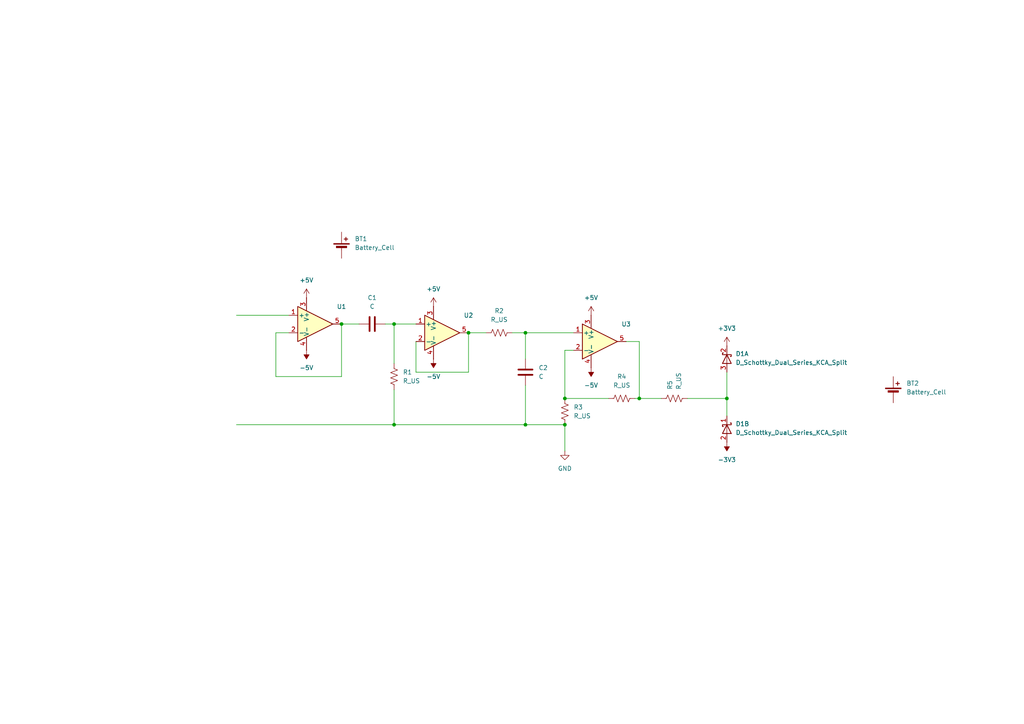
<source format=kicad_sch>
(kicad_sch
	(version 20231120)
	(generator "eeschema")
	(generator_version "8.0")
	(uuid "c878f3d5-f6e5-4a6b-8c2a-a0f4a8ef6036")
	(paper "A4")
	(lib_symbols
		(symbol "Device:Battery_Cell"
			(pin_numbers hide)
			(pin_names
				(offset 0) hide)
			(exclude_from_sim no)
			(in_bom yes)
			(on_board yes)
			(property "Reference" "BT"
				(at 2.54 2.54 0)
				(effects
					(font
						(size 1.27 1.27)
					)
					(justify left)
				)
			)
			(property "Value" "Battery_Cell"
				(at 2.54 0 0)
				(effects
					(font
						(size 1.27 1.27)
					)
					(justify left)
				)
			)
			(property "Footprint" ""
				(at 0 1.524 90)
				(effects
					(font
						(size 1.27 1.27)
					)
					(hide yes)
				)
			)
			(property "Datasheet" "~"
				(at 0 1.524 90)
				(effects
					(font
						(size 1.27 1.27)
					)
					(hide yes)
				)
			)
			(property "Description" "Single-cell battery"
				(at 0 0 0)
				(effects
					(font
						(size 1.27 1.27)
					)
					(hide yes)
				)
			)
			(property "ki_keywords" "battery cell"
				(at 0 0 0)
				(effects
					(font
						(size 1.27 1.27)
					)
					(hide yes)
				)
			)
			(symbol "Battery_Cell_0_1"
				(rectangle
					(start -2.286 1.778)
					(end 2.286 1.524)
					(stroke
						(width 0)
						(type default)
					)
					(fill
						(type outline)
					)
				)
				(rectangle
					(start -1.524 1.016)
					(end 1.524 0.508)
					(stroke
						(width 0)
						(type default)
					)
					(fill
						(type outline)
					)
				)
				(polyline
					(pts
						(xy 0 0.762) (xy 0 0)
					)
					(stroke
						(width 0)
						(type default)
					)
					(fill
						(type none)
					)
				)
				(polyline
					(pts
						(xy 0 1.778) (xy 0 2.54)
					)
					(stroke
						(width 0)
						(type default)
					)
					(fill
						(type none)
					)
				)
				(polyline
					(pts
						(xy 0.762 3.048) (xy 1.778 3.048)
					)
					(stroke
						(width 0.254)
						(type default)
					)
					(fill
						(type none)
					)
				)
				(polyline
					(pts
						(xy 1.27 3.556) (xy 1.27 2.54)
					)
					(stroke
						(width 0.254)
						(type default)
					)
					(fill
						(type none)
					)
				)
			)
			(symbol "Battery_Cell_1_1"
				(pin passive line
					(at 0 5.08 270)
					(length 2.54)
					(name "+"
						(effects
							(font
								(size 1.27 1.27)
							)
						)
					)
					(number "1"
						(effects
							(font
								(size 1.27 1.27)
							)
						)
					)
				)
				(pin passive line
					(at 0 -2.54 90)
					(length 2.54)
					(name "-"
						(effects
							(font
								(size 1.27 1.27)
							)
						)
					)
					(number "2"
						(effects
							(font
								(size 1.27 1.27)
							)
						)
					)
				)
			)
		)
		(symbol "Device:C"
			(pin_numbers hide)
			(pin_names
				(offset 0.254)
			)
			(exclude_from_sim no)
			(in_bom yes)
			(on_board yes)
			(property "Reference" "C"
				(at 0.635 2.54 0)
				(effects
					(font
						(size 1.27 1.27)
					)
					(justify left)
				)
			)
			(property "Value" "C"
				(at 0.635 -2.54 0)
				(effects
					(font
						(size 1.27 1.27)
					)
					(justify left)
				)
			)
			(property "Footprint" ""
				(at 0.9652 -3.81 0)
				(effects
					(font
						(size 1.27 1.27)
					)
					(hide yes)
				)
			)
			(property "Datasheet" "~"
				(at 0 0 0)
				(effects
					(font
						(size 1.27 1.27)
					)
					(hide yes)
				)
			)
			(property "Description" "Unpolarized capacitor"
				(at 0 0 0)
				(effects
					(font
						(size 1.27 1.27)
					)
					(hide yes)
				)
			)
			(property "ki_keywords" "cap capacitor"
				(at 0 0 0)
				(effects
					(font
						(size 1.27 1.27)
					)
					(hide yes)
				)
			)
			(property "ki_fp_filters" "C_*"
				(at 0 0 0)
				(effects
					(font
						(size 1.27 1.27)
					)
					(hide yes)
				)
			)
			(symbol "C_0_1"
				(polyline
					(pts
						(xy -2.032 -0.762) (xy 2.032 -0.762)
					)
					(stroke
						(width 0.508)
						(type default)
					)
					(fill
						(type none)
					)
				)
				(polyline
					(pts
						(xy -2.032 0.762) (xy 2.032 0.762)
					)
					(stroke
						(width 0.508)
						(type default)
					)
					(fill
						(type none)
					)
				)
			)
			(symbol "C_1_1"
				(pin passive line
					(at 0 3.81 270)
					(length 2.794)
					(name "~"
						(effects
							(font
								(size 1.27 1.27)
							)
						)
					)
					(number "1"
						(effects
							(font
								(size 1.27 1.27)
							)
						)
					)
				)
				(pin passive line
					(at 0 -3.81 90)
					(length 2.794)
					(name "~"
						(effects
							(font
								(size 1.27 1.27)
							)
						)
					)
					(number "2"
						(effects
							(font
								(size 1.27 1.27)
							)
						)
					)
				)
			)
		)
		(symbol "Device:D_Schottky_Dual_Series_KCA_Split"
			(pin_names
				(offset 0.762) hide)
			(exclude_from_sim no)
			(in_bom yes)
			(on_board yes)
			(property "Reference" "D"
				(at 0 2.54 0)
				(effects
					(font
						(size 1.27 1.27)
					)
				)
			)
			(property "Value" "D_Schottky_Dual_Series_KCA_Split"
				(at 0 -2.54 0)
				(effects
					(font
						(size 1.27 1.27)
					)
				)
			)
			(property "Footprint" ""
				(at -2.54 -2.54 0)
				(effects
					(font
						(size 1.27 1.27)
					)
					(hide yes)
				)
			)
			(property "Datasheet" "~"
				(at -2.54 -2.54 0)
				(effects
					(font
						(size 1.27 1.27)
					)
					(hide yes)
				)
			)
			(property "Description" "Dual Schottky diode, cathode/center/anode"
				(at 0 0 0)
				(effects
					(font
						(size 1.27 1.27)
					)
					(hide yes)
				)
			)
			(property "ki_locked" ""
				(at 0 0 0)
				(effects
					(font
						(size 1.27 1.27)
					)
				)
			)
			(property "ki_keywords" "diode"
				(at 0 0 0)
				(effects
					(font
						(size 1.27 1.27)
					)
					(hide yes)
				)
			)
			(symbol "D_Schottky_Dual_Series_KCA_Split_0_1"
				(pin passive line
					(at 3.81 0 180)
					(length 2.54)
					(name "K"
						(effects
							(font
								(size 1.27 1.27)
							)
						)
					)
					(number "2"
						(effects
							(font
								(size 1.27 1.27)
							)
						)
					)
				)
			)
			(symbol "D_Schottky_Dual_Series_KCA_Split_1_1"
				(polyline
					(pts
						(xy 1.27 0) (xy -1.27 0)
					)
					(stroke
						(width 0)
						(type default)
					)
					(fill
						(type none)
					)
				)
				(polyline
					(pts
						(xy -1.27 1.27) (xy 1.27 0) (xy -1.27 -1.27) (xy -1.27 1.27) (xy -1.27 1.27) (xy -1.27 1.27)
					)
					(stroke
						(width 0.254)
						(type default)
					)
					(fill
						(type none)
					)
				)
				(polyline
					(pts
						(xy 1.778 1.016) (xy 1.778 1.27) (xy 1.27 1.27) (xy 1.27 -1.27) (xy 0.762 -1.27) (xy 0.762 -1.016)
					)
					(stroke
						(width 0.254)
						(type default)
					)
					(fill
						(type none)
					)
				)
				(pin passive line
					(at -3.81 0 0)
					(length 2.54)
					(name "A"
						(effects
							(font
								(size 1.27 1.27)
							)
						)
					)
					(number "3"
						(effects
							(font
								(size 1.27 1.27)
							)
						)
					)
				)
			)
			(symbol "D_Schottky_Dual_Series_KCA_Split_2_1"
				(polyline
					(pts
						(xy -1.27 0) (xy 1.27 0)
					)
					(stroke
						(width 0)
						(type default)
					)
					(fill
						(type none)
					)
				)
				(polyline
					(pts
						(xy -1.778 1.016) (xy -1.778 1.27) (xy -1.27 1.27) (xy -1.27 -1.27) (xy -0.762 -1.27) (xy -0.762 -1.016)
					)
					(stroke
						(width 0.254)
						(type default)
					)
					(fill
						(type none)
					)
				)
				(polyline
					(pts
						(xy 1.27 1.27) (xy -1.27 0) (xy 1.27 -1.27) (xy 1.27 1.27) (xy 1.27 1.27) (xy 1.27 1.27)
					)
					(stroke
						(width 0.254)
						(type default)
					)
					(fill
						(type none)
					)
				)
				(pin passive line
					(at -3.81 0 0)
					(length 2.54)
					(name "K"
						(effects
							(font
								(size 1.27 1.27)
							)
						)
					)
					(number "1"
						(effects
							(font
								(size 1.27 1.27)
							)
						)
					)
				)
			)
		)
		(symbol "Device:R_US"
			(pin_numbers hide)
			(pin_names
				(offset 0)
			)
			(exclude_from_sim no)
			(in_bom yes)
			(on_board yes)
			(property "Reference" "R"
				(at 2.54 0 90)
				(effects
					(font
						(size 1.27 1.27)
					)
				)
			)
			(property "Value" "R_US"
				(at -2.54 0 90)
				(effects
					(font
						(size 1.27 1.27)
					)
				)
			)
			(property "Footprint" ""
				(at 1.016 -0.254 90)
				(effects
					(font
						(size 1.27 1.27)
					)
					(hide yes)
				)
			)
			(property "Datasheet" "~"
				(at 0 0 0)
				(effects
					(font
						(size 1.27 1.27)
					)
					(hide yes)
				)
			)
			(property "Description" "Resistor, US symbol"
				(at 0 0 0)
				(effects
					(font
						(size 1.27 1.27)
					)
					(hide yes)
				)
			)
			(property "ki_keywords" "R res resistor"
				(at 0 0 0)
				(effects
					(font
						(size 1.27 1.27)
					)
					(hide yes)
				)
			)
			(property "ki_fp_filters" "R_*"
				(at 0 0 0)
				(effects
					(font
						(size 1.27 1.27)
					)
					(hide yes)
				)
			)
			(symbol "R_US_0_1"
				(polyline
					(pts
						(xy 0 -2.286) (xy 0 -2.54)
					)
					(stroke
						(width 0)
						(type default)
					)
					(fill
						(type none)
					)
				)
				(polyline
					(pts
						(xy 0 2.286) (xy 0 2.54)
					)
					(stroke
						(width 0)
						(type default)
					)
					(fill
						(type none)
					)
				)
				(polyline
					(pts
						(xy 0 -0.762) (xy 1.016 -1.143) (xy 0 -1.524) (xy -1.016 -1.905) (xy 0 -2.286)
					)
					(stroke
						(width 0)
						(type default)
					)
					(fill
						(type none)
					)
				)
				(polyline
					(pts
						(xy 0 0.762) (xy 1.016 0.381) (xy 0 0) (xy -1.016 -0.381) (xy 0 -0.762)
					)
					(stroke
						(width 0)
						(type default)
					)
					(fill
						(type none)
					)
				)
				(polyline
					(pts
						(xy 0 2.286) (xy 1.016 1.905) (xy 0 1.524) (xy -1.016 1.143) (xy 0 0.762)
					)
					(stroke
						(width 0)
						(type default)
					)
					(fill
						(type none)
					)
				)
			)
			(symbol "R_US_1_1"
				(pin passive line
					(at 0 3.81 270)
					(length 1.27)
					(name "~"
						(effects
							(font
								(size 1.27 1.27)
							)
						)
					)
					(number "1"
						(effects
							(font
								(size 1.27 1.27)
							)
						)
					)
				)
				(pin passive line
					(at 0 -3.81 90)
					(length 1.27)
					(name "~"
						(effects
							(font
								(size 1.27 1.27)
							)
						)
					)
					(number "2"
						(effects
							(font
								(size 1.27 1.27)
							)
						)
					)
				)
			)
		)
		(symbol "Simulation_SPICE:OPAMP"
			(pin_names
				(offset 0.254)
			)
			(exclude_from_sim no)
			(in_bom yes)
			(on_board yes)
			(property "Reference" "U"
				(at 3.81 3.175 0)
				(effects
					(font
						(size 1.27 1.27)
					)
					(justify left)
				)
			)
			(property "Value" "${SIM.PARAMS}"
				(at 3.81 -3.175 0)
				(effects
					(font
						(size 1.27 1.27)
					)
					(justify left)
				)
			)
			(property "Footprint" ""
				(at 0 0 0)
				(effects
					(font
						(size 1.27 1.27)
					)
					(hide yes)
				)
			)
			(property "Datasheet" "https://ngspice.sourceforge.io/docs/ngspice-html-manual/manual.xhtml#sec__SUBCKT_Subcircuits"
				(at 0 0 0)
				(effects
					(font
						(size 1.27 1.27)
					)
					(hide yes)
				)
			)
			(property "Description" "Operational amplifier, single, node sequence=1:+ 2:- 3:OUT 4:V+ 5:V-"
				(at 0 0 0)
				(effects
					(font
						(size 1.27 1.27)
					)
					(hide yes)
				)
			)
			(property "Sim.Pins" "1=in+ 2=in- 3=vcc 4=vee 5=out"
				(at 0 0 0)
				(effects
					(font
						(size 1.27 1.27)
					)
					(hide yes)
				)
			)
			(property "Sim.Device" "SUBCKT"
				(at 0 0 0)
				(effects
					(font
						(size 1.27 1.27)
					)
					(justify left)
					(hide yes)
				)
			)
			(property "Sim.Library" "${KICAD8_SYMBOL_DIR}/Simulation_SPICE.sp"
				(at 0 0 0)
				(effects
					(font
						(size 1.27 1.27)
					)
					(hide yes)
				)
			)
			(property "Sim.Name" "kicad_builtin_opamp"
				(at 0 0 0)
				(effects
					(font
						(size 1.27 1.27)
					)
					(hide yes)
				)
			)
			(property "ki_keywords" "simulation"
				(at 0 0 0)
				(effects
					(font
						(size 1.27 1.27)
					)
					(hide yes)
				)
			)
			(symbol "OPAMP_0_1"
				(polyline
					(pts
						(xy 5.08 0) (xy -5.08 5.08) (xy -5.08 -5.08) (xy 5.08 0)
					)
					(stroke
						(width 0.254)
						(type default)
					)
					(fill
						(type background)
					)
				)
			)
			(symbol "OPAMP_1_1"
				(pin input line
					(at -7.62 2.54 0)
					(length 2.54)
					(name "+"
						(effects
							(font
								(size 1.27 1.27)
							)
						)
					)
					(number "1"
						(effects
							(font
								(size 1.27 1.27)
							)
						)
					)
				)
				(pin input line
					(at -7.62 -2.54 0)
					(length 2.54)
					(name "-"
						(effects
							(font
								(size 1.27 1.27)
							)
						)
					)
					(number "2"
						(effects
							(font
								(size 1.27 1.27)
							)
						)
					)
				)
				(pin power_in line
					(at -2.54 7.62 270)
					(length 3.81)
					(name "V+"
						(effects
							(font
								(size 1.27 1.27)
							)
						)
					)
					(number "3"
						(effects
							(font
								(size 1.27 1.27)
							)
						)
					)
				)
				(pin power_in line
					(at -2.54 -7.62 90)
					(length 3.81)
					(name "V-"
						(effects
							(font
								(size 1.27 1.27)
							)
						)
					)
					(number "4"
						(effects
							(font
								(size 1.27 1.27)
							)
						)
					)
				)
				(pin output line
					(at 7.62 0 180)
					(length 2.54)
					(name "~"
						(effects
							(font
								(size 1.27 1.27)
							)
						)
					)
					(number "5"
						(effects
							(font
								(size 1.27 1.27)
							)
						)
					)
				)
			)
		)
		(symbol "power:+3V3"
			(power)
			(pin_numbers hide)
			(pin_names
				(offset 0) hide)
			(exclude_from_sim no)
			(in_bom yes)
			(on_board yes)
			(property "Reference" "#PWR"
				(at 0 -3.81 0)
				(effects
					(font
						(size 1.27 1.27)
					)
					(hide yes)
				)
			)
			(property "Value" "+3V3"
				(at 0 3.556 0)
				(effects
					(font
						(size 1.27 1.27)
					)
				)
			)
			(property "Footprint" ""
				(at 0 0 0)
				(effects
					(font
						(size 1.27 1.27)
					)
					(hide yes)
				)
			)
			(property "Datasheet" ""
				(at 0 0 0)
				(effects
					(font
						(size 1.27 1.27)
					)
					(hide yes)
				)
			)
			(property "Description" "Power symbol creates a global label with name \"+3V3\""
				(at 0 0 0)
				(effects
					(font
						(size 1.27 1.27)
					)
					(hide yes)
				)
			)
			(property "ki_keywords" "global power"
				(at 0 0 0)
				(effects
					(font
						(size 1.27 1.27)
					)
					(hide yes)
				)
			)
			(symbol "+3V3_0_1"
				(polyline
					(pts
						(xy -0.762 1.27) (xy 0 2.54)
					)
					(stroke
						(width 0)
						(type default)
					)
					(fill
						(type none)
					)
				)
				(polyline
					(pts
						(xy 0 0) (xy 0 2.54)
					)
					(stroke
						(width 0)
						(type default)
					)
					(fill
						(type none)
					)
				)
				(polyline
					(pts
						(xy 0 2.54) (xy 0.762 1.27)
					)
					(stroke
						(width 0)
						(type default)
					)
					(fill
						(type none)
					)
				)
			)
			(symbol "+3V3_1_1"
				(pin power_in line
					(at 0 0 90)
					(length 0)
					(name "~"
						(effects
							(font
								(size 1.27 1.27)
							)
						)
					)
					(number "1"
						(effects
							(font
								(size 1.27 1.27)
							)
						)
					)
				)
			)
		)
		(symbol "power:+5V"
			(power)
			(pin_numbers hide)
			(pin_names
				(offset 0) hide)
			(exclude_from_sim no)
			(in_bom yes)
			(on_board yes)
			(property "Reference" "#PWR"
				(at 0 -3.81 0)
				(effects
					(font
						(size 1.27 1.27)
					)
					(hide yes)
				)
			)
			(property "Value" "+5V"
				(at 0 3.556 0)
				(effects
					(font
						(size 1.27 1.27)
					)
				)
			)
			(property "Footprint" ""
				(at 0 0 0)
				(effects
					(font
						(size 1.27 1.27)
					)
					(hide yes)
				)
			)
			(property "Datasheet" ""
				(at 0 0 0)
				(effects
					(font
						(size 1.27 1.27)
					)
					(hide yes)
				)
			)
			(property "Description" "Power symbol creates a global label with name \"+5V\""
				(at 0 0 0)
				(effects
					(font
						(size 1.27 1.27)
					)
					(hide yes)
				)
			)
			(property "ki_keywords" "global power"
				(at 0 0 0)
				(effects
					(font
						(size 1.27 1.27)
					)
					(hide yes)
				)
			)
			(symbol "+5V_0_1"
				(polyline
					(pts
						(xy -0.762 1.27) (xy 0 2.54)
					)
					(stroke
						(width 0)
						(type default)
					)
					(fill
						(type none)
					)
				)
				(polyline
					(pts
						(xy 0 0) (xy 0 2.54)
					)
					(stroke
						(width 0)
						(type default)
					)
					(fill
						(type none)
					)
				)
				(polyline
					(pts
						(xy 0 2.54) (xy 0.762 1.27)
					)
					(stroke
						(width 0)
						(type default)
					)
					(fill
						(type none)
					)
				)
			)
			(symbol "+5V_1_1"
				(pin power_in line
					(at 0 0 90)
					(length 0)
					(name "~"
						(effects
							(font
								(size 1.27 1.27)
							)
						)
					)
					(number "1"
						(effects
							(font
								(size 1.27 1.27)
							)
						)
					)
				)
			)
		)
		(symbol "power:-3V3"
			(power)
			(pin_numbers hide)
			(pin_names
				(offset 0) hide)
			(exclude_from_sim no)
			(in_bom yes)
			(on_board yes)
			(property "Reference" "#PWR"
				(at 0 -3.81 0)
				(effects
					(font
						(size 1.27 1.27)
					)
					(hide yes)
				)
			)
			(property "Value" "-3V3"
				(at 0 3.556 0)
				(effects
					(font
						(size 1.27 1.27)
					)
				)
			)
			(property "Footprint" ""
				(at 0 0 0)
				(effects
					(font
						(size 1.27 1.27)
					)
					(hide yes)
				)
			)
			(property "Datasheet" ""
				(at 0 0 0)
				(effects
					(font
						(size 1.27 1.27)
					)
					(hide yes)
				)
			)
			(property "Description" "Power symbol creates a global label with name \"-3V3\""
				(at 0 0 0)
				(effects
					(font
						(size 1.27 1.27)
					)
					(hide yes)
				)
			)
			(property "ki_keywords" "global power"
				(at 0 0 0)
				(effects
					(font
						(size 1.27 1.27)
					)
					(hide yes)
				)
			)
			(symbol "-3V3_0_0"
				(pin power_in line
					(at 0 0 90)
					(length 0)
					(name "~"
						(effects
							(font
								(size 1.27 1.27)
							)
						)
					)
					(number "1"
						(effects
							(font
								(size 1.27 1.27)
							)
						)
					)
				)
			)
			(symbol "-3V3_0_1"
				(polyline
					(pts
						(xy 0 0) (xy 0 1.27) (xy 0.762 1.27) (xy 0 2.54) (xy -0.762 1.27) (xy 0 1.27)
					)
					(stroke
						(width 0)
						(type default)
					)
					(fill
						(type outline)
					)
				)
			)
		)
		(symbol "power:-5V"
			(power)
			(pin_numbers hide)
			(pin_names
				(offset 0) hide)
			(exclude_from_sim no)
			(in_bom yes)
			(on_board yes)
			(property "Reference" "#PWR"
				(at 0 -3.81 0)
				(effects
					(font
						(size 1.27 1.27)
					)
					(hide yes)
				)
			)
			(property "Value" "-5V"
				(at 0 3.556 0)
				(effects
					(font
						(size 1.27 1.27)
					)
				)
			)
			(property "Footprint" ""
				(at 0 0 0)
				(effects
					(font
						(size 1.27 1.27)
					)
					(hide yes)
				)
			)
			(property "Datasheet" ""
				(at 0 0 0)
				(effects
					(font
						(size 1.27 1.27)
					)
					(hide yes)
				)
			)
			(property "Description" "Power symbol creates a global label with name \"-5V\""
				(at 0 0 0)
				(effects
					(font
						(size 1.27 1.27)
					)
					(hide yes)
				)
			)
			(property "ki_keywords" "global power"
				(at 0 0 0)
				(effects
					(font
						(size 1.27 1.27)
					)
					(hide yes)
				)
			)
			(symbol "-5V_0_0"
				(pin power_in line
					(at 0 0 90)
					(length 0)
					(name "~"
						(effects
							(font
								(size 1.27 1.27)
							)
						)
					)
					(number "1"
						(effects
							(font
								(size 1.27 1.27)
							)
						)
					)
				)
			)
			(symbol "-5V_0_1"
				(polyline
					(pts
						(xy 0 0) (xy 0 1.27) (xy 0.762 1.27) (xy 0 2.54) (xy -0.762 1.27) (xy 0 1.27)
					)
					(stroke
						(width 0)
						(type default)
					)
					(fill
						(type outline)
					)
				)
			)
		)
		(symbol "power:GND"
			(power)
			(pin_numbers hide)
			(pin_names
				(offset 0) hide)
			(exclude_from_sim no)
			(in_bom yes)
			(on_board yes)
			(property "Reference" "#PWR"
				(at 0 -6.35 0)
				(effects
					(font
						(size 1.27 1.27)
					)
					(hide yes)
				)
			)
			(property "Value" "GND"
				(at 0 -3.81 0)
				(effects
					(font
						(size 1.27 1.27)
					)
				)
			)
			(property "Footprint" ""
				(at 0 0 0)
				(effects
					(font
						(size 1.27 1.27)
					)
					(hide yes)
				)
			)
			(property "Datasheet" ""
				(at 0 0 0)
				(effects
					(font
						(size 1.27 1.27)
					)
					(hide yes)
				)
			)
			(property "Description" "Power symbol creates a global label with name \"GND\" , ground"
				(at 0 0 0)
				(effects
					(font
						(size 1.27 1.27)
					)
					(hide yes)
				)
			)
			(property "ki_keywords" "global power"
				(at 0 0 0)
				(effects
					(font
						(size 1.27 1.27)
					)
					(hide yes)
				)
			)
			(symbol "GND_0_1"
				(polyline
					(pts
						(xy 0 0) (xy 0 -1.27) (xy 1.27 -1.27) (xy 0 -2.54) (xy -1.27 -1.27) (xy 0 -1.27)
					)
					(stroke
						(width 0)
						(type default)
					)
					(fill
						(type none)
					)
				)
			)
			(symbol "GND_1_1"
				(pin power_in line
					(at 0 0 270)
					(length 0)
					(name "~"
						(effects
							(font
								(size 1.27 1.27)
							)
						)
					)
					(number "1"
						(effects
							(font
								(size 1.27 1.27)
							)
						)
					)
				)
			)
		)
	)
	(junction
		(at 152.4 123.19)
		(diameter 0)
		(color 0 0 0 0)
		(uuid "1046eb47-85c2-47a8-886e-522d40bf5927")
	)
	(junction
		(at 135.89 96.52)
		(diameter 0)
		(color 0 0 0 0)
		(uuid "43197e81-bd86-4447-a31a-00e392d6b73a")
	)
	(junction
		(at 163.83 115.57)
		(diameter 0)
		(color 0 0 0 0)
		(uuid "435b37ff-9ee7-4c20-b5b9-2c18ce9b6297")
	)
	(junction
		(at 114.3 123.19)
		(diameter 0)
		(color 0 0 0 0)
		(uuid "a753541a-480b-4fd7-bcfd-3c9199edae69")
	)
	(junction
		(at 99.06 93.98)
		(diameter 0)
		(color 0 0 0 0)
		(uuid "ab9a8bb8-7b6a-4dc5-bb7f-ebee919aadc9")
	)
	(junction
		(at 114.3 93.98)
		(diameter 0)
		(color 0 0 0 0)
		(uuid "b08529d7-09b3-44c8-b4bf-feae346838b2")
	)
	(junction
		(at 210.82 115.57)
		(diameter 0)
		(color 0 0 0 0)
		(uuid "b949c892-0b01-42f3-96a9-f9c4e3191bc8")
	)
	(junction
		(at 163.83 123.19)
		(diameter 0)
		(color 0 0 0 0)
		(uuid "d955fd77-dc84-48a2-ba6a-c86bb9d68c80")
	)
	(junction
		(at 152.4 96.52)
		(diameter 0)
		(color 0 0 0 0)
		(uuid "f8fc66dc-6bf6-43eb-a04e-c3b050cb6ca8")
	)
	(junction
		(at 185.42 115.57)
		(diameter 0)
		(color 0 0 0 0)
		(uuid "ffc7a050-8ce1-4b40-bc10-46ad1ad42c33")
	)
	(wire
		(pts
			(xy 120.65 99.06) (xy 120.65 107.95)
		)
		(stroke
			(width 0)
			(type default)
		)
		(uuid "0cd310e0-d426-4bb8-ae33-3e57ab0544a5")
	)
	(wire
		(pts
			(xy 152.4 96.52) (xy 152.4 104.14)
		)
		(stroke
			(width 0)
			(type default)
		)
		(uuid "0ff5c657-2972-44f4-bf83-7b6034573087")
	)
	(wire
		(pts
			(xy 114.3 93.98) (xy 120.65 93.98)
		)
		(stroke
			(width 0)
			(type default)
		)
		(uuid "143efb43-eb57-44d0-9f6a-44052a24568f")
	)
	(wire
		(pts
			(xy 99.06 109.22) (xy 99.06 93.98)
		)
		(stroke
			(width 0)
			(type default)
		)
		(uuid "1816adae-4fc9-4c64-b418-2f9343c4c033")
	)
	(wire
		(pts
			(xy 148.59 96.52) (xy 152.4 96.52)
		)
		(stroke
			(width 0)
			(type default)
		)
		(uuid "1ce60dd7-06e0-4719-b923-21bc5cd803df")
	)
	(wire
		(pts
			(xy 114.3 93.98) (xy 114.3 105.41)
		)
		(stroke
			(width 0)
			(type default)
		)
		(uuid "1d9ddb3e-a5e4-46a1-b421-3fcdd4ac9d71")
	)
	(wire
		(pts
			(xy 135.89 96.52) (xy 140.97 96.52)
		)
		(stroke
			(width 0)
			(type default)
		)
		(uuid "30b4c49d-9081-4353-bac6-1249470cccd3")
	)
	(wire
		(pts
			(xy 120.65 107.95) (xy 135.89 107.95)
		)
		(stroke
			(width 0)
			(type default)
		)
		(uuid "316c2751-5d44-4da0-b387-aeb934243e5c")
	)
	(wire
		(pts
			(xy 83.82 96.52) (xy 80.01 96.52)
		)
		(stroke
			(width 0)
			(type default)
		)
		(uuid "3eaa9c1c-e181-48b0-b75e-e378f5de2c4f")
	)
	(wire
		(pts
			(xy 199.39 115.57) (xy 210.82 115.57)
		)
		(stroke
			(width 0)
			(type default)
		)
		(uuid "404af3e9-f866-41ca-80c3-0cf2b69ac6bd")
	)
	(wire
		(pts
			(xy 152.4 111.76) (xy 152.4 123.19)
		)
		(stroke
			(width 0)
			(type default)
		)
		(uuid "438d48e2-718d-47cd-a2fc-81b3633cc11a")
	)
	(wire
		(pts
			(xy 114.3 123.19) (xy 152.4 123.19)
		)
		(stroke
			(width 0)
			(type default)
		)
		(uuid "4bd2b9f8-22c7-409c-9ae1-a33d16b1bffd")
	)
	(wire
		(pts
			(xy 210.82 115.57) (xy 210.82 120.65)
		)
		(stroke
			(width 0)
			(type default)
		)
		(uuid "5cb2fa2b-de55-4ea5-b6e4-03961a5d565e")
	)
	(wire
		(pts
			(xy 114.3 123.19) (xy 68.58 123.19)
		)
		(stroke
			(width 0)
			(type default)
		)
		(uuid "69ad576f-a75d-4dff-9e06-65c852b02f8e")
	)
	(wire
		(pts
			(xy 111.76 93.98) (xy 114.3 93.98)
		)
		(stroke
			(width 0)
			(type default)
		)
		(uuid "706b7ce6-4637-4a0e-853c-d5ef6b4a9199")
	)
	(wire
		(pts
			(xy 80.01 109.22) (xy 99.06 109.22)
		)
		(stroke
			(width 0)
			(type default)
		)
		(uuid "7bb24c13-61e8-480a-8127-9fbd3d68254b")
	)
	(wire
		(pts
			(xy 163.83 115.57) (xy 176.53 115.57)
		)
		(stroke
			(width 0)
			(type default)
		)
		(uuid "91283196-8b8f-403a-a6f4-4e82d5074e36")
	)
	(wire
		(pts
			(xy 80.01 96.52) (xy 80.01 109.22)
		)
		(stroke
			(width 0)
			(type default)
		)
		(uuid "982eadb7-dfd6-4de7-9a8b-d30f75ecc6e1")
	)
	(wire
		(pts
			(xy 163.83 115.57) (xy 163.83 101.6)
		)
		(stroke
			(width 0)
			(type default)
		)
		(uuid "99ec9d38-8a57-479d-9ce4-9170f90324a0")
	)
	(wire
		(pts
			(xy 152.4 96.52) (xy 166.37 96.52)
		)
		(stroke
			(width 0)
			(type default)
		)
		(uuid "a5a52f79-0a68-4374-b72a-84c737173cf4")
	)
	(wire
		(pts
			(xy 185.42 99.06) (xy 185.42 115.57)
		)
		(stroke
			(width 0)
			(type default)
		)
		(uuid "aaed3876-da72-4062-9226-515909b00230")
	)
	(wire
		(pts
			(xy 135.89 107.95) (xy 135.89 96.52)
		)
		(stroke
			(width 0)
			(type default)
		)
		(uuid "b9ebc13e-0187-4a99-8ba0-30026314225a")
	)
	(wire
		(pts
			(xy 210.82 107.95) (xy 210.82 115.57)
		)
		(stroke
			(width 0)
			(type default)
		)
		(uuid "c10d1c4a-d8a4-493a-8f9e-e5ea80fa5100")
	)
	(wire
		(pts
			(xy 99.06 93.98) (xy 104.14 93.98)
		)
		(stroke
			(width 0)
			(type default)
		)
		(uuid "c24ec3c0-443f-40fa-8047-88206fcbd901")
	)
	(wire
		(pts
			(xy 185.42 115.57) (xy 191.77 115.57)
		)
		(stroke
			(width 0)
			(type default)
		)
		(uuid "ccaf24f2-16dc-4659-9013-8fef6a4e4bbe")
	)
	(wire
		(pts
			(xy 181.61 99.06) (xy 185.42 99.06)
		)
		(stroke
			(width 0)
			(type default)
		)
		(uuid "cd0a7567-a1b1-4dfe-a75d-931e327e27b4")
	)
	(wire
		(pts
			(xy 68.58 91.44) (xy 83.82 91.44)
		)
		(stroke
			(width 0)
			(type default)
		)
		(uuid "ddbd2aa0-ef33-436b-8d96-f63cb7cfc7e6")
	)
	(wire
		(pts
			(xy 163.83 123.19) (xy 163.83 130.81)
		)
		(stroke
			(width 0)
			(type default)
		)
		(uuid "e13a8a99-1d2b-4f36-a077-501128f9321d")
	)
	(wire
		(pts
			(xy 152.4 123.19) (xy 163.83 123.19)
		)
		(stroke
			(width 0)
			(type default)
		)
		(uuid "e20b8c1f-a916-4820-b864-8a9695a594fe")
	)
	(wire
		(pts
			(xy 184.15 115.57) (xy 185.42 115.57)
		)
		(stroke
			(width 0)
			(type default)
		)
		(uuid "e5458b9b-7a95-44c6-91f0-756dce58e23a")
	)
	(wire
		(pts
			(xy 163.83 101.6) (xy 166.37 101.6)
		)
		(stroke
			(width 0)
			(type default)
		)
		(uuid "f72961c8-c834-45c4-8307-eb3e804b8eba")
	)
	(wire
		(pts
			(xy 114.3 113.03) (xy 114.3 123.19)
		)
		(stroke
			(width 0)
			(type default)
		)
		(uuid "f863c29a-6721-43f4-a8f1-3a6246cd733d")
	)
	(symbol
		(lib_id "power:+5V")
		(at 171.45 91.44 0)
		(unit 1)
		(exclude_from_sim no)
		(in_bom yes)
		(on_board yes)
		(dnp no)
		(fields_autoplaced yes)
		(uuid "1c443a14-6dfb-4cf2-a65e-a9ab2a816098")
		(property "Reference" "#PWR04"
			(at 171.45 95.25 0)
			(effects
				(font
					(size 1.27 1.27)
				)
				(hide yes)
			)
		)
		(property "Value" "+5V"
			(at 171.45 86.36 0)
			(effects
				(font
					(size 1.27 1.27)
				)
			)
		)
		(property "Footprint" ""
			(at 171.45 91.44 0)
			(effects
				(font
					(size 1.27 1.27)
				)
				(hide yes)
			)
		)
		(property "Datasheet" ""
			(at 171.45 91.44 0)
			(effects
				(font
					(size 1.27 1.27)
				)
				(hide yes)
			)
		)
		(property "Description" "Power symbol creates a global label with name \"+5V\""
			(at 171.45 91.44 0)
			(effects
				(font
					(size 1.27 1.27)
				)
				(hide yes)
			)
		)
		(pin "1"
			(uuid "f491c0f0-7514-4ab1-b81c-3103f37716e9")
		)
		(instances
			(project ""
				(path "/c878f3d5-f6e5-4a6b-8c2a-a0f4a8ef6036"
					(reference "#PWR04")
					(unit 1)
				)
			)
		)
	)
	(symbol
		(lib_id "Device:D_Schottky_Dual_Series_KCA_Split")
		(at 210.82 124.46 270)
		(unit 2)
		(exclude_from_sim no)
		(in_bom yes)
		(on_board yes)
		(dnp no)
		(fields_autoplaced yes)
		(uuid "1f22176a-e949-47fe-a656-a58ad5a46ac8")
		(property "Reference" "D1"
			(at 213.36 122.9359 90)
			(effects
				(font
					(size 1.27 1.27)
				)
				(justify left)
			)
		)
		(property "Value" "D_Schottky_Dual_Series_KCA_Split"
			(at 213.36 125.4759 90)
			(effects
				(font
					(size 1.27 1.27)
				)
				(justify left)
			)
		)
		(property "Footprint" ""
			(at 208.28 121.92 0)
			(effects
				(font
					(size 1.27 1.27)
				)
				(hide yes)
			)
		)
		(property "Datasheet" "~"
			(at 208.28 121.92 0)
			(effects
				(font
					(size 1.27 1.27)
				)
				(hide yes)
			)
		)
		(property "Description" "Dual Schottky diode, cathode/center/anode"
			(at 210.82 124.46 0)
			(effects
				(font
					(size 1.27 1.27)
				)
				(hide yes)
			)
		)
		(pin "1"
			(uuid "79f67aec-874c-4695-88d7-35a0434f94b8")
		)
		(pin "2"
			(uuid "1cac1d84-11a3-4627-8c3b-3b0d1f6e9df5")
		)
		(pin "3"
			(uuid "b5206c19-2b00-49eb-a6d9-65d59d9c371e")
		)
		(instances
			(project ""
				(path "/c878f3d5-f6e5-4a6b-8c2a-a0f4a8ef6036"
					(reference "D1")
					(unit 2)
				)
			)
		)
	)
	(symbol
		(lib_id "power:+3V3")
		(at 210.82 100.33 0)
		(unit 1)
		(exclude_from_sim no)
		(in_bom yes)
		(on_board yes)
		(dnp no)
		(fields_autoplaced yes)
		(uuid "291f906e-3d74-4fb8-9b14-d1657ca361e1")
		(property "Reference" "#PWR02"
			(at 210.82 104.14 0)
			(effects
				(font
					(size 1.27 1.27)
				)
				(hide yes)
			)
		)
		(property "Value" "+3V3"
			(at 210.82 95.25 0)
			(effects
				(font
					(size 1.27 1.27)
				)
			)
		)
		(property "Footprint" ""
			(at 210.82 100.33 0)
			(effects
				(font
					(size 1.27 1.27)
				)
				(hide yes)
			)
		)
		(property "Datasheet" ""
			(at 210.82 100.33 0)
			(effects
				(font
					(size 1.27 1.27)
				)
				(hide yes)
			)
		)
		(property "Description" "Power symbol creates a global label with name \"+3V3\""
			(at 210.82 100.33 0)
			(effects
				(font
					(size 1.27 1.27)
				)
				(hide yes)
			)
		)
		(pin "1"
			(uuid "2d24fd66-7e99-45a1-a9ff-f7a2162bd650")
		)
		(instances
			(project ""
				(path "/c878f3d5-f6e5-4a6b-8c2a-a0f4a8ef6036"
					(reference "#PWR02")
					(unit 1)
				)
			)
		)
	)
	(symbol
		(lib_id "Device:R_US")
		(at 144.78 96.52 90)
		(unit 1)
		(exclude_from_sim no)
		(in_bom yes)
		(on_board yes)
		(dnp no)
		(fields_autoplaced yes)
		(uuid "2b905cc7-a50f-409a-8817-d3e1b24a1fef")
		(property "Reference" "R2"
			(at 144.78 90.17 90)
			(effects
				(font
					(size 1.27 1.27)
				)
			)
		)
		(property "Value" "R_US"
			(at 144.78 92.71 90)
			(effects
				(font
					(size 1.27 1.27)
				)
			)
		)
		(property "Footprint" ""
			(at 145.034 95.504 90)
			(effects
				(font
					(size 1.27 1.27)
				)
				(hide yes)
			)
		)
		(property "Datasheet" "~"
			(at 144.78 96.52 0)
			(effects
				(font
					(size 1.27 1.27)
				)
				(hide yes)
			)
		)
		(property "Description" "Resistor, US symbol"
			(at 144.78 96.52 0)
			(effects
				(font
					(size 1.27 1.27)
				)
				(hide yes)
			)
		)
		(pin "1"
			(uuid "4eabaf94-eee4-4f61-bb1d-02de68ed1c51")
		)
		(pin "2"
			(uuid "8ee05790-0fbf-4ed5-ad02-dd5a7a70e40b")
		)
		(instances
			(project ""
				(path "/c878f3d5-f6e5-4a6b-8c2a-a0f4a8ef6036"
					(reference "R2")
					(unit 1)
				)
			)
		)
	)
	(symbol
		(lib_id "power:-5V")
		(at 88.9 101.6 180)
		(unit 1)
		(exclude_from_sim no)
		(in_bom yes)
		(on_board yes)
		(dnp no)
		(fields_autoplaced yes)
		(uuid "32e26ab5-90e7-4f35-8d87-a9b49de4657e")
		(property "Reference" "#PWR09"
			(at 88.9 97.79 0)
			(effects
				(font
					(size 1.27 1.27)
				)
				(hide yes)
			)
		)
		(property "Value" "-5V"
			(at 88.9 106.68 0)
			(effects
				(font
					(size 1.27 1.27)
				)
			)
		)
		(property "Footprint" ""
			(at 88.9 101.6 0)
			(effects
				(font
					(size 1.27 1.27)
				)
				(hide yes)
			)
		)
		(property "Datasheet" ""
			(at 88.9 101.6 0)
			(effects
				(font
					(size 1.27 1.27)
				)
				(hide yes)
			)
		)
		(property "Description" "Power symbol creates a global label with name \"-5V\""
			(at 88.9 101.6 0)
			(effects
				(font
					(size 1.27 1.27)
				)
				(hide yes)
			)
		)
		(pin "1"
			(uuid "51da202c-d8e1-4f9f-a5fd-04dd3e40d6c3")
		)
		(instances
			(project ""
				(path "/c878f3d5-f6e5-4a6b-8c2a-a0f4a8ef6036"
					(reference "#PWR09")
					(unit 1)
				)
			)
		)
	)
	(symbol
		(lib_id "Device:Battery_Cell")
		(at 99.06 72.39 0)
		(unit 1)
		(exclude_from_sim no)
		(in_bom yes)
		(on_board yes)
		(dnp no)
		(fields_autoplaced yes)
		(uuid "3a58bfe8-a842-4af4-9113-7563abbff8b3")
		(property "Reference" "BT1"
			(at 102.87 69.2784 0)
			(effects
				(font
					(size 1.27 1.27)
				)
				(justify left)
			)
		)
		(property "Value" "Battery_Cell"
			(at 102.87 71.8184 0)
			(effects
				(font
					(size 1.27 1.27)
				)
				(justify left)
			)
		)
		(property "Footprint" ""
			(at 99.06 70.866 90)
			(effects
				(font
					(size 1.27 1.27)
				)
				(hide yes)
			)
		)
		(property "Datasheet" "~"
			(at 99.06 70.866 90)
			(effects
				(font
					(size 1.27 1.27)
				)
				(hide yes)
			)
		)
		(property "Description" "Single-cell battery"
			(at 99.06 72.39 0)
			(effects
				(font
					(size 1.27 1.27)
				)
				(hide yes)
			)
		)
		(pin "1"
			(uuid "c054ff42-4452-4103-8b6c-33d283737cc8")
		)
		(pin "2"
			(uuid "80dd90f7-1d90-4a3f-91e7-ca2aec1979e7")
		)
		(instances
			(project ""
				(path "/c878f3d5-f6e5-4a6b-8c2a-a0f4a8ef6036"
					(reference "BT1")
					(unit 1)
				)
			)
		)
	)
	(symbol
		(lib_id "power:+5V")
		(at 125.73 88.9 0)
		(unit 1)
		(exclude_from_sim no)
		(in_bom yes)
		(on_board yes)
		(dnp no)
		(fields_autoplaced yes)
		(uuid "4133baf2-4b1e-4520-be0a-3fdfb4035713")
		(property "Reference" "#PWR05"
			(at 125.73 92.71 0)
			(effects
				(font
					(size 1.27 1.27)
				)
				(hide yes)
			)
		)
		(property "Value" "+5V"
			(at 125.73 83.82 0)
			(effects
				(font
					(size 1.27 1.27)
				)
			)
		)
		(property "Footprint" ""
			(at 125.73 88.9 0)
			(effects
				(font
					(size 1.27 1.27)
				)
				(hide yes)
			)
		)
		(property "Datasheet" ""
			(at 125.73 88.9 0)
			(effects
				(font
					(size 1.27 1.27)
				)
				(hide yes)
			)
		)
		(property "Description" "Power symbol creates a global label with name \"+5V\""
			(at 125.73 88.9 0)
			(effects
				(font
					(size 1.27 1.27)
				)
				(hide yes)
			)
		)
		(pin "1"
			(uuid "f491c0f0-7514-4ab1-b81c-3103f37716e9")
		)
		(instances
			(project ""
				(path "/c878f3d5-f6e5-4a6b-8c2a-a0f4a8ef6036"
					(reference "#PWR05")
					(unit 1)
				)
			)
		)
	)
	(symbol
		(lib_id "power:+5V")
		(at 88.9 86.36 0)
		(unit 1)
		(exclude_from_sim no)
		(in_bom yes)
		(on_board yes)
		(dnp no)
		(fields_autoplaced yes)
		(uuid "5132455a-5597-4527-a61e-4639119d2db6")
		(property "Reference" "#PWR06"
			(at 88.9 90.17 0)
			(effects
				(font
					(size 1.27 1.27)
				)
				(hide yes)
			)
		)
		(property "Value" "+5V"
			(at 88.9 81.28 0)
			(effects
				(font
					(size 1.27 1.27)
				)
			)
		)
		(property "Footprint" ""
			(at 88.9 86.36 0)
			(effects
				(font
					(size 1.27 1.27)
				)
				(hide yes)
			)
		)
		(property "Datasheet" ""
			(at 88.9 86.36 0)
			(effects
				(font
					(size 1.27 1.27)
				)
				(hide yes)
			)
		)
		(property "Description" "Power symbol creates a global label with name \"+5V\""
			(at 88.9 86.36 0)
			(effects
				(font
					(size 1.27 1.27)
				)
				(hide yes)
			)
		)
		(pin "1"
			(uuid "f491c0f0-7514-4ab1-b81c-3103f37716e9")
		)
		(instances
			(project ""
				(path "/c878f3d5-f6e5-4a6b-8c2a-a0f4a8ef6036"
					(reference "#PWR06")
					(unit 1)
				)
			)
		)
	)
	(symbol
		(lib_id "Device:R_US")
		(at 163.83 119.38 0)
		(unit 1)
		(exclude_from_sim no)
		(in_bom yes)
		(on_board yes)
		(dnp no)
		(fields_autoplaced yes)
		(uuid "60949261-bf66-43bd-920e-7f762790b43b")
		(property "Reference" "R3"
			(at 166.37 118.1099 0)
			(effects
				(font
					(size 1.27 1.27)
				)
				(justify left)
			)
		)
		(property "Value" "R_US"
			(at 166.37 120.6499 0)
			(effects
				(font
					(size 1.27 1.27)
				)
				(justify left)
			)
		)
		(property "Footprint" ""
			(at 164.846 119.634 90)
			(effects
				(font
					(size 1.27 1.27)
				)
				(hide yes)
			)
		)
		(property "Datasheet" "~"
			(at 163.83 119.38 0)
			(effects
				(font
					(size 1.27 1.27)
				)
				(hide yes)
			)
		)
		(property "Description" "Resistor, US symbol"
			(at 163.83 119.38 0)
			(effects
				(font
					(size 1.27 1.27)
				)
				(hide yes)
			)
		)
		(pin "1"
			(uuid "4f1f970f-aaaa-447c-a455-819925ed5c02")
		)
		(pin "2"
			(uuid "0788390b-a1c7-4a42-b32c-cc8e8c29b44c")
		)
		(instances
			(project ""
				(path "/c878f3d5-f6e5-4a6b-8c2a-a0f4a8ef6036"
					(reference "R3")
					(unit 1)
				)
			)
		)
	)
	(symbol
		(lib_id "Device:C")
		(at 152.4 107.95 0)
		(unit 1)
		(exclude_from_sim no)
		(in_bom yes)
		(on_board yes)
		(dnp no)
		(fields_autoplaced yes)
		(uuid "71135ba2-538c-4566-992b-d80a05f8c218")
		(property "Reference" "C2"
			(at 156.21 106.6799 0)
			(effects
				(font
					(size 1.27 1.27)
				)
				(justify left)
			)
		)
		(property "Value" "C"
			(at 156.21 109.2199 0)
			(effects
				(font
					(size 1.27 1.27)
				)
				(justify left)
			)
		)
		(property "Footprint" ""
			(at 153.3652 111.76 0)
			(effects
				(font
					(size 1.27 1.27)
				)
				(hide yes)
			)
		)
		(property "Datasheet" "~"
			(at 152.4 107.95 0)
			(effects
				(font
					(size 1.27 1.27)
				)
				(hide yes)
			)
		)
		(property "Description" "Unpolarized capacitor"
			(at 152.4 107.95 0)
			(effects
				(font
					(size 1.27 1.27)
				)
				(hide yes)
			)
		)
		(pin "1"
			(uuid "2f335adf-c46b-41e6-bde2-e1126facb55a")
		)
		(pin "2"
			(uuid "ddd60226-79b2-4698-a260-329bedc492f9")
		)
		(instances
			(project ""
				(path "/c878f3d5-f6e5-4a6b-8c2a-a0f4a8ef6036"
					(reference "C2")
					(unit 1)
				)
			)
		)
	)
	(symbol
		(lib_id "power:-3V3")
		(at 210.82 128.27 180)
		(unit 1)
		(exclude_from_sim no)
		(in_bom yes)
		(on_board yes)
		(dnp no)
		(fields_autoplaced yes)
		(uuid "75f348fa-f6d3-4c91-8f1c-184e3ff9f4bf")
		(property "Reference" "#PWR03"
			(at 210.82 124.46 0)
			(effects
				(font
					(size 1.27 1.27)
				)
				(hide yes)
			)
		)
		(property "Value" "-3V3"
			(at 210.82 133.35 0)
			(effects
				(font
					(size 1.27 1.27)
				)
			)
		)
		(property "Footprint" ""
			(at 210.82 128.27 0)
			(effects
				(font
					(size 1.27 1.27)
				)
				(hide yes)
			)
		)
		(property "Datasheet" ""
			(at 210.82 128.27 0)
			(effects
				(font
					(size 1.27 1.27)
				)
				(hide yes)
			)
		)
		(property "Description" "Power symbol creates a global label with name \"-3V3\""
			(at 210.82 128.27 0)
			(effects
				(font
					(size 1.27 1.27)
				)
				(hide yes)
			)
		)
		(pin "1"
			(uuid "8d795bd3-84f4-4a7a-84f4-cbc453ab1c8b")
		)
		(instances
			(project ""
				(path "/c878f3d5-f6e5-4a6b-8c2a-a0f4a8ef6036"
					(reference "#PWR03")
					(unit 1)
				)
			)
		)
	)
	(symbol
		(lib_id "Simulation_SPICE:OPAMP")
		(at 91.44 93.98 0)
		(unit 1)
		(exclude_from_sim no)
		(in_bom yes)
		(on_board yes)
		(dnp no)
		(fields_autoplaced yes)
		(uuid "7ad857fd-b44b-44e8-815f-1800bb32e836")
		(property "Reference" "U1"
			(at 99.06 88.9314 0)
			(effects
				(font
					(size 1.27 1.27)
				)
			)
		)
		(property "Value" "${SIM.PARAMS}"
			(at 99.06 90.8365 0)
			(effects
				(font
					(size 1.27 1.27)
				)
			)
		)
		(property "Footprint" ""
			(at 91.44 93.98 0)
			(effects
				(font
					(size 1.27 1.27)
				)
				(hide yes)
			)
		)
		(property "Datasheet" "https://ngspice.sourceforge.io/docs/ngspice-html-manual/manual.xhtml#sec__SUBCKT_Subcircuits"
			(at 91.44 93.98 0)
			(effects
				(font
					(size 1.27 1.27)
				)
				(hide yes)
			)
		)
		(property "Description" "Operational amplifier, single, node sequence=1:+ 2:- 3:OUT 4:V+ 5:V-"
			(at 91.44 93.98 0)
			(effects
				(font
					(size 1.27 1.27)
				)
				(hide yes)
			)
		)
		(property "Sim.Pins" "1=in+ 2=in- 3=vcc 4=vee 5=out"
			(at 91.44 93.98 0)
			(effects
				(font
					(size 1.27 1.27)
				)
				(hide yes)
			)
		)
		(property "Sim.Device" "SUBCKT"
			(at 91.44 93.98 0)
			(effects
				(font
					(size 1.27 1.27)
				)
				(justify left)
				(hide yes)
			)
		)
		(property "Sim.Library" "${KICAD8_SYMBOL_DIR}/Simulation_SPICE.sp"
			(at 91.44 93.98 0)
			(effects
				(font
					(size 1.27 1.27)
				)
				(hide yes)
			)
		)
		(property "Sim.Name" "kicad_builtin_opamp"
			(at 91.44 93.98 0)
			(effects
				(font
					(size 1.27 1.27)
				)
				(hide yes)
			)
		)
		(pin "5"
			(uuid "39a046d5-e0c0-445f-95e7-6361d2c45358")
		)
		(pin "4"
			(uuid "48463bd6-94e4-4de1-ab79-da2c03f06f54")
		)
		(pin "1"
			(uuid "ad698f1e-4b0d-488d-9cc3-a7fdc0704734")
		)
		(pin "3"
			(uuid "b65d281b-aa9f-45d4-b9e9-306a7cfc0e7c")
		)
		(pin "2"
			(uuid "af2642f4-20ec-4f58-91ce-315afa7702a2")
		)
		(instances
			(project ""
				(path "/c878f3d5-f6e5-4a6b-8c2a-a0f4a8ef6036"
					(reference "U1")
					(unit 1)
				)
			)
		)
	)
	(symbol
		(lib_id "Device:D_Schottky_Dual_Series_KCA_Split")
		(at 210.82 104.14 90)
		(unit 1)
		(exclude_from_sim no)
		(in_bom yes)
		(on_board yes)
		(dnp no)
		(fields_autoplaced yes)
		(uuid "7ec82c80-e4b2-42e8-a346-b166593e56e2")
		(property "Reference" "D1"
			(at 213.36 102.6159 90)
			(effects
				(font
					(size 1.27 1.27)
				)
				(justify right)
			)
		)
		(property "Value" "D_Schottky_Dual_Series_KCA_Split"
			(at 213.36 105.1559 90)
			(effects
				(font
					(size 1.27 1.27)
				)
				(justify right)
			)
		)
		(property "Footprint" ""
			(at 213.36 106.68 0)
			(effects
				(font
					(size 1.27 1.27)
				)
				(hide yes)
			)
		)
		(property "Datasheet" "~"
			(at 213.36 106.68 0)
			(effects
				(font
					(size 1.27 1.27)
				)
				(hide yes)
			)
		)
		(property "Description" "Dual Schottky diode, cathode/center/anode"
			(at 210.82 104.14 0)
			(effects
				(font
					(size 1.27 1.27)
				)
				(hide yes)
			)
		)
		(pin "1"
			(uuid "79f67aec-874c-4695-88d7-35a0434f94b8")
		)
		(pin "2"
			(uuid "1cac1d84-11a3-4627-8c3b-3b0d1f6e9df5")
		)
		(pin "3"
			(uuid "b5206c19-2b00-49eb-a6d9-65d59d9c371e")
		)
		(instances
			(project ""
				(path "/c878f3d5-f6e5-4a6b-8c2a-a0f4a8ef6036"
					(reference "D1")
					(unit 1)
				)
			)
		)
	)
	(symbol
		(lib_id "Device:R_US")
		(at 195.58 115.57 90)
		(unit 1)
		(exclude_from_sim no)
		(in_bom yes)
		(on_board yes)
		(dnp no)
		(uuid "9d8d7025-eb8a-48c2-8271-b2f71352bde9")
		(property "Reference" "R5"
			(at 194.3099 113.03 0)
			(effects
				(font
					(size 1.27 1.27)
				)
				(justify left)
			)
		)
		(property "Value" "R_US"
			(at 196.8499 113.03 0)
			(effects
				(font
					(size 1.27 1.27)
				)
				(justify left)
			)
		)
		(property "Footprint" ""
			(at 195.834 114.554 90)
			(effects
				(font
					(size 1.27 1.27)
				)
				(hide yes)
			)
		)
		(property "Datasheet" "~"
			(at 195.58 115.57 0)
			(effects
				(font
					(size 1.27 1.27)
				)
				(hide yes)
			)
		)
		(property "Description" "Resistor, US symbol"
			(at 195.58 115.57 0)
			(effects
				(font
					(size 1.27 1.27)
				)
				(hide yes)
			)
		)
		(pin "2"
			(uuid "dd5c48ce-49f1-40cc-9487-407a1632e76a")
		)
		(pin "1"
			(uuid "00328cf8-dba7-45d7-bac0-eebb387bab92")
		)
		(instances
			(project ""
				(path "/c878f3d5-f6e5-4a6b-8c2a-a0f4a8ef6036"
					(reference "R5")
					(unit 1)
				)
			)
		)
	)
	(symbol
		(lib_id "Device:Battery_Cell")
		(at 259.08 114.3 0)
		(unit 1)
		(exclude_from_sim no)
		(in_bom yes)
		(on_board yes)
		(dnp no)
		(fields_autoplaced yes)
		(uuid "b2f42f64-2ec6-46e6-98a2-f0db7f45fe42")
		(property "Reference" "BT2"
			(at 262.89 111.1884 0)
			(effects
				(font
					(size 1.27 1.27)
				)
				(justify left)
			)
		)
		(property "Value" "Battery_Cell"
			(at 262.89 113.7284 0)
			(effects
				(font
					(size 1.27 1.27)
				)
				(justify left)
			)
		)
		(property "Footprint" ""
			(at 259.08 112.776 90)
			(effects
				(font
					(size 1.27 1.27)
				)
				(hide yes)
			)
		)
		(property "Datasheet" "~"
			(at 259.08 112.776 90)
			(effects
				(font
					(size 1.27 1.27)
				)
				(hide yes)
			)
		)
		(property "Description" "Single-cell battery"
			(at 259.08 114.3 0)
			(effects
				(font
					(size 1.27 1.27)
				)
				(hide yes)
			)
		)
		(pin "1"
			(uuid "c054ff42-4452-4103-8b6c-33d283737cc8")
		)
		(pin "2"
			(uuid "80dd90f7-1d90-4a3f-91e7-ca2aec1979e7")
		)
		(instances
			(project ""
				(path "/c878f3d5-f6e5-4a6b-8c2a-a0f4a8ef6036"
					(reference "BT2")
					(unit 1)
				)
			)
		)
	)
	(symbol
		(lib_id "power:GND")
		(at 163.83 130.81 0)
		(unit 1)
		(exclude_from_sim no)
		(in_bom yes)
		(on_board yes)
		(dnp no)
		(fields_autoplaced yes)
		(uuid "b985a9ec-f2ba-4c08-aadd-89f1b10a16bf")
		(property "Reference" "#PWR01"
			(at 163.83 137.16 0)
			(effects
				(font
					(size 1.27 1.27)
				)
				(hide yes)
			)
		)
		(property "Value" "GND"
			(at 163.83 135.89 0)
			(effects
				(font
					(size 1.27 1.27)
				)
			)
		)
		(property "Footprint" ""
			(at 163.83 130.81 0)
			(effects
				(font
					(size 1.27 1.27)
				)
				(hide yes)
			)
		)
		(property "Datasheet" ""
			(at 163.83 130.81 0)
			(effects
				(font
					(size 1.27 1.27)
				)
				(hide yes)
			)
		)
		(property "Description" "Power symbol creates a global label with name \"GND\" , ground"
			(at 163.83 130.81 0)
			(effects
				(font
					(size 1.27 1.27)
				)
				(hide yes)
			)
		)
		(pin "1"
			(uuid "8075f1e2-1fd5-4a74-8eba-793e1cbebe6a")
		)
		(instances
			(project ""
				(path "/c878f3d5-f6e5-4a6b-8c2a-a0f4a8ef6036"
					(reference "#PWR01")
					(unit 1)
				)
			)
		)
	)
	(symbol
		(lib_id "Simulation_SPICE:OPAMP")
		(at 173.99 99.06 0)
		(unit 1)
		(exclude_from_sim no)
		(in_bom yes)
		(on_board yes)
		(dnp no)
		(fields_autoplaced yes)
		(uuid "c08e7ce6-3e68-4c75-bcdf-5d7ec6113437")
		(property "Reference" "U3"
			(at 181.61 94.0114 0)
			(effects
				(font
					(size 1.27 1.27)
				)
			)
		)
		(property "Value" "${SIM.PARAMS}"
			(at 181.61 95.9165 0)
			(effects
				(font
					(size 1.27 1.27)
				)
			)
		)
		(property "Footprint" ""
			(at 173.99 99.06 0)
			(effects
				(font
					(size 1.27 1.27)
				)
				(hide yes)
			)
		)
		(property "Datasheet" "https://ngspice.sourceforge.io/docs/ngspice-html-manual/manual.xhtml#sec__SUBCKT_Subcircuits"
			(at 173.99 99.06 0)
			(effects
				(font
					(size 1.27 1.27)
				)
				(hide yes)
			)
		)
		(property "Description" "Operational amplifier, single, node sequence=1:+ 2:- 3:OUT 4:V+ 5:V-"
			(at 173.99 99.06 0)
			(effects
				(font
					(size 1.27 1.27)
				)
				(hide yes)
			)
		)
		(property "Sim.Pins" "1=in+ 2=in- 3=vcc 4=vee 5=out"
			(at 173.99 99.06 0)
			(effects
				(font
					(size 1.27 1.27)
				)
				(hide yes)
			)
		)
		(property "Sim.Device" "SUBCKT"
			(at 173.99 99.06 0)
			(effects
				(font
					(size 1.27 1.27)
				)
				(justify left)
				(hide yes)
			)
		)
		(property "Sim.Library" "${KICAD8_SYMBOL_DIR}/Simulation_SPICE.sp"
			(at 173.99 99.06 0)
			(effects
				(font
					(size 1.27 1.27)
				)
				(hide yes)
			)
		)
		(property "Sim.Name" "kicad_builtin_opamp"
			(at 173.99 99.06 0)
			(effects
				(font
					(size 1.27 1.27)
				)
				(hide yes)
			)
		)
		(pin "5"
			(uuid "39a046d5-e0c0-445f-95e7-6361d2c45358")
		)
		(pin "4"
			(uuid "48463bd6-94e4-4de1-ab79-da2c03f06f54")
		)
		(pin "1"
			(uuid "ad698f1e-4b0d-488d-9cc3-a7fdc0704734")
		)
		(pin "3"
			(uuid "b65d281b-aa9f-45d4-b9e9-306a7cfc0e7c")
		)
		(pin "2"
			(uuid "af2642f4-20ec-4f58-91ce-315afa7702a2")
		)
		(instances
			(project ""
				(path "/c878f3d5-f6e5-4a6b-8c2a-a0f4a8ef6036"
					(reference "U3")
					(unit 1)
				)
			)
		)
	)
	(symbol
		(lib_id "power:-5V")
		(at 125.73 104.14 180)
		(unit 1)
		(exclude_from_sim no)
		(in_bom yes)
		(on_board yes)
		(dnp no)
		(fields_autoplaced yes)
		(uuid "cc9df6e5-2678-46af-aaa2-5f930c21c133")
		(property "Reference" "#PWR08"
			(at 125.73 100.33 0)
			(effects
				(font
					(size 1.27 1.27)
				)
				(hide yes)
			)
		)
		(property "Value" "-5V"
			(at 125.73 109.22 0)
			(effects
				(font
					(size 1.27 1.27)
				)
			)
		)
		(property "Footprint" ""
			(at 125.73 104.14 0)
			(effects
				(font
					(size 1.27 1.27)
				)
				(hide yes)
			)
		)
		(property "Datasheet" ""
			(at 125.73 104.14 0)
			(effects
				(font
					(size 1.27 1.27)
				)
				(hide yes)
			)
		)
		(property "Description" "Power symbol creates a global label with name \"-5V\""
			(at 125.73 104.14 0)
			(effects
				(font
					(size 1.27 1.27)
				)
				(hide yes)
			)
		)
		(pin "1"
			(uuid "51da202c-d8e1-4f9f-a5fd-04dd3e40d6c3")
		)
		(instances
			(project ""
				(path "/c878f3d5-f6e5-4a6b-8c2a-a0f4a8ef6036"
					(reference "#PWR08")
					(unit 1)
				)
			)
		)
	)
	(symbol
		(lib_id "Device:R_US")
		(at 180.34 115.57 90)
		(unit 1)
		(exclude_from_sim no)
		(in_bom yes)
		(on_board yes)
		(dnp no)
		(fields_autoplaced yes)
		(uuid "d08c24c8-b9ed-4cb9-ad76-c203a940a52f")
		(property "Reference" "R4"
			(at 180.34 109.22 90)
			(effects
				(font
					(size 1.27 1.27)
				)
			)
		)
		(property "Value" "R_US"
			(at 180.34 111.76 90)
			(effects
				(font
					(size 1.27 1.27)
				)
			)
		)
		(property "Footprint" ""
			(at 180.594 114.554 90)
			(effects
				(font
					(size 1.27 1.27)
				)
				(hide yes)
			)
		)
		(property "Datasheet" "~"
			(at 180.34 115.57 0)
			(effects
				(font
					(size 1.27 1.27)
				)
				(hide yes)
			)
		)
		(property "Description" "Resistor, US symbol"
			(at 180.34 115.57 0)
			(effects
				(font
					(size 1.27 1.27)
				)
				(hide yes)
			)
		)
		(pin "2"
			(uuid "dd5c48ce-49f1-40cc-9487-407a1632e76a")
		)
		(pin "1"
			(uuid "00328cf8-dba7-45d7-bac0-eebb387bab92")
		)
		(instances
			(project ""
				(path "/c878f3d5-f6e5-4a6b-8c2a-a0f4a8ef6036"
					(reference "R4")
					(unit 1)
				)
			)
		)
	)
	(symbol
		(lib_id "Simulation_SPICE:OPAMP")
		(at 128.27 96.52 0)
		(unit 1)
		(exclude_from_sim no)
		(in_bom yes)
		(on_board yes)
		(dnp no)
		(fields_autoplaced yes)
		(uuid "d4c6b891-d41b-4169-a208-c0c387680e25")
		(property "Reference" "U2"
			(at 135.89 91.4714 0)
			(effects
				(font
					(size 1.27 1.27)
				)
			)
		)
		(property "Value" "${SIM.PARAMS}"
			(at 135.89 93.3765 0)
			(effects
				(font
					(size 1.27 1.27)
				)
			)
		)
		(property "Footprint" ""
			(at 128.27 96.52 0)
			(effects
				(font
					(size 1.27 1.27)
				)
				(hide yes)
			)
		)
		(property "Datasheet" "https://ngspice.sourceforge.io/docs/ngspice-html-manual/manual.xhtml#sec__SUBCKT_Subcircuits"
			(at 128.27 96.52 0)
			(effects
				(font
					(size 1.27 1.27)
				)
				(hide yes)
			)
		)
		(property "Description" "Operational amplifier, single, node sequence=1:+ 2:- 3:OUT 4:V+ 5:V-"
			(at 128.27 96.52 0)
			(effects
				(font
					(size 1.27 1.27)
				)
				(hide yes)
			)
		)
		(property "Sim.Pins" "1=in+ 2=in- 3=vcc 4=vee 5=out"
			(at 128.27 96.52 0)
			(effects
				(font
					(size 1.27 1.27)
				)
				(hide yes)
			)
		)
		(property "Sim.Device" "SUBCKT"
			(at 128.27 96.52 0)
			(effects
				(font
					(size 1.27 1.27)
				)
				(justify left)
				(hide yes)
			)
		)
		(property "Sim.Library" "${KICAD8_SYMBOL_DIR}/Simulation_SPICE.sp"
			(at 128.27 96.52 0)
			(effects
				(font
					(size 1.27 1.27)
				)
				(hide yes)
			)
		)
		(property "Sim.Name" "kicad_builtin_opamp"
			(at 128.27 96.52 0)
			(effects
				(font
					(size 1.27 1.27)
				)
				(hide yes)
			)
		)
		(pin "5"
			(uuid "39a046d5-e0c0-445f-95e7-6361d2c45358")
		)
		(pin "4"
			(uuid "48463bd6-94e4-4de1-ab79-da2c03f06f54")
		)
		(pin "1"
			(uuid "ad698f1e-4b0d-488d-9cc3-a7fdc0704734")
		)
		(pin "3"
			(uuid "b65d281b-aa9f-45d4-b9e9-306a7cfc0e7c")
		)
		(pin "2"
			(uuid "af2642f4-20ec-4f58-91ce-315afa7702a2")
		)
		(instances
			(project ""
				(path "/c878f3d5-f6e5-4a6b-8c2a-a0f4a8ef6036"
					(reference "U2")
					(unit 1)
				)
			)
		)
	)
	(symbol
		(lib_id "Device:R_US")
		(at 114.3 109.22 0)
		(unit 1)
		(exclude_from_sim no)
		(in_bom yes)
		(on_board yes)
		(dnp no)
		(fields_autoplaced yes)
		(uuid "e6376992-f94e-454c-b80a-232492122d8d")
		(property "Reference" "R1"
			(at 116.84 107.9499 0)
			(effects
				(font
					(size 1.27 1.27)
				)
				(justify left)
			)
		)
		(property "Value" "R_US"
			(at 116.84 110.4899 0)
			(effects
				(font
					(size 1.27 1.27)
				)
				(justify left)
			)
		)
		(property "Footprint" ""
			(at 115.316 109.474 90)
			(effects
				(font
					(size 1.27 1.27)
				)
				(hide yes)
			)
		)
		(property "Datasheet" "~"
			(at 114.3 109.22 0)
			(effects
				(font
					(size 1.27 1.27)
				)
				(hide yes)
			)
		)
		(property "Description" "Resistor, US symbol"
			(at 114.3 109.22 0)
			(effects
				(font
					(size 1.27 1.27)
				)
				(hide yes)
			)
		)
		(pin "1"
			(uuid "c65cb637-34d2-43aa-b164-08af74410e8a")
		)
		(pin "2"
			(uuid "8b59fc39-f2dd-41e0-b457-c3e4e818ffbf")
		)
		(instances
			(project ""
				(path "/c878f3d5-f6e5-4a6b-8c2a-a0f4a8ef6036"
					(reference "R1")
					(unit 1)
				)
			)
		)
	)
	(symbol
		(lib_id "power:-5V")
		(at 171.45 106.68 180)
		(unit 1)
		(exclude_from_sim no)
		(in_bom yes)
		(on_board yes)
		(dnp no)
		(fields_autoplaced yes)
		(uuid "e9c1add6-305d-48ce-a449-fe9023d64553")
		(property "Reference" "#PWR07"
			(at 171.45 102.87 0)
			(effects
				(font
					(size 1.27 1.27)
				)
				(hide yes)
			)
		)
		(property "Value" "-5V"
			(at 171.45 111.76 0)
			(effects
				(font
					(size 1.27 1.27)
				)
			)
		)
		(property "Footprint" ""
			(at 171.45 106.68 0)
			(effects
				(font
					(size 1.27 1.27)
				)
				(hide yes)
			)
		)
		(property "Datasheet" ""
			(at 171.45 106.68 0)
			(effects
				(font
					(size 1.27 1.27)
				)
				(hide yes)
			)
		)
		(property "Description" "Power symbol creates a global label with name \"-5V\""
			(at 171.45 106.68 0)
			(effects
				(font
					(size 1.27 1.27)
				)
				(hide yes)
			)
		)
		(pin "1"
			(uuid "51da202c-d8e1-4f9f-a5fd-04dd3e40d6c3")
		)
		(instances
			(project ""
				(path "/c878f3d5-f6e5-4a6b-8c2a-a0f4a8ef6036"
					(reference "#PWR07")
					(unit 1)
				)
			)
		)
	)
	(symbol
		(lib_id "Device:C")
		(at 107.95 93.98 90)
		(unit 1)
		(exclude_from_sim no)
		(in_bom yes)
		(on_board yes)
		(dnp no)
		(fields_autoplaced yes)
		(uuid "fd8a1ca5-9923-4b15-95ec-5bcd717119fb")
		(property "Reference" "C1"
			(at 107.95 86.36 90)
			(effects
				(font
					(size 1.27 1.27)
				)
			)
		)
		(property "Value" "C"
			(at 107.95 88.9 90)
			(effects
				(font
					(size 1.27 1.27)
				)
			)
		)
		(property "Footprint" ""
			(at 111.76 93.0148 0)
			(effects
				(font
					(size 1.27 1.27)
				)
				(hide yes)
			)
		)
		(property "Datasheet" "~"
			(at 107.95 93.98 0)
			(effects
				(font
					(size 1.27 1.27)
				)
				(hide yes)
			)
		)
		(property "Description" "Unpolarized capacitor"
			(at 107.95 93.98 0)
			(effects
				(font
					(size 1.27 1.27)
				)
				(hide yes)
			)
		)
		(pin "1"
			(uuid "2f335adf-c46b-41e6-bde2-e1126facb55a")
		)
		(pin "2"
			(uuid "ddd60226-79b2-4698-a260-329bedc492f9")
		)
		(instances
			(project ""
				(path "/c878f3d5-f6e5-4a6b-8c2a-a0f4a8ef6036"
					(reference "C1")
					(unit 1)
				)
			)
		)
	)
	(sheet_instances
		(path "/"
			(page "1")
		)
	)
)

</source>
